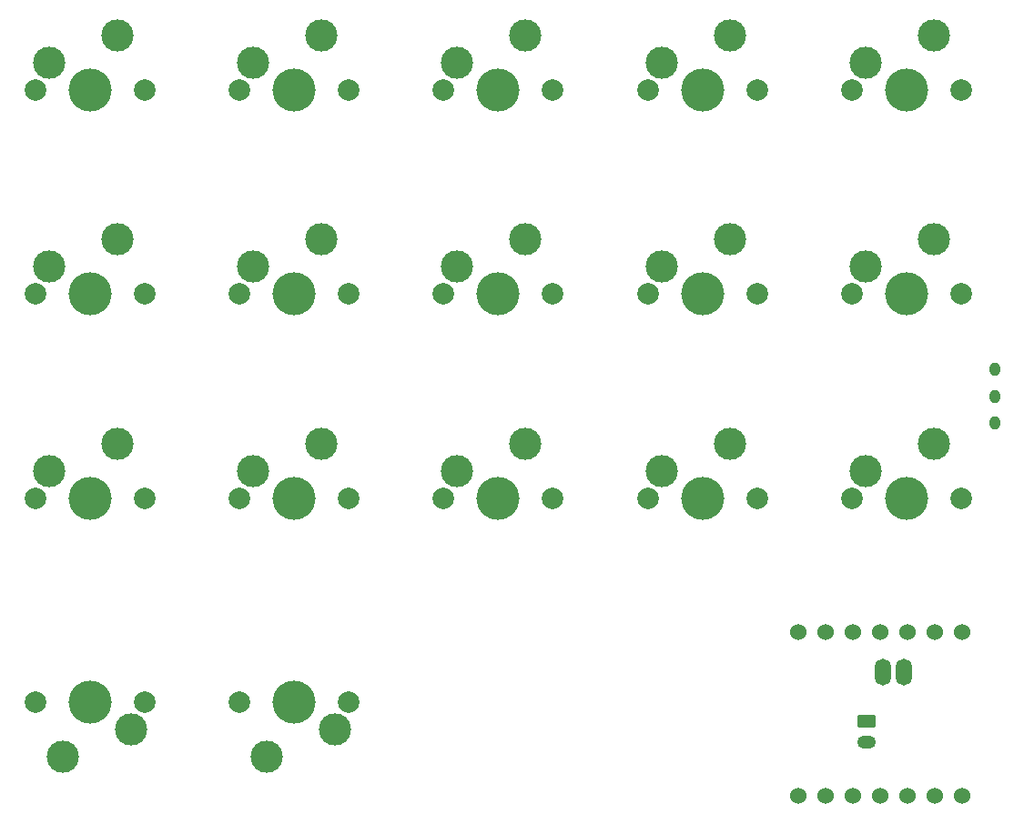
<source format=gts>
G04 #@! TF.GenerationSoftware,KiCad,Pcbnew,7.0.5*
G04 #@! TF.CreationDate,2023-09-30T13:58:08+09:00*
G04 #@! TF.ProjectId,thorium_pcbr,74686f72-6975-46d5-9f70-6362722e6b69,rev?*
G04 #@! TF.SameCoordinates,Original*
G04 #@! TF.FileFunction,Soldermask,Top*
G04 #@! TF.FilePolarity,Negative*
%FSLAX46Y46*%
G04 Gerber Fmt 4.6, Leading zero omitted, Abs format (unit mm)*
G04 Created by KiCad (PCBNEW 7.0.5) date 2023-09-30 13:58:08*
%MOMM*%
%LPD*%
G01*
G04 APERTURE LIST*
G04 Aperture macros list*
%AMRoundRect*
0 Rectangle with rounded corners*
0 $1 Rounding radius*
0 $2 $3 $4 $5 $6 $7 $8 $9 X,Y pos of 4 corners*
0 Add a 4 corners polygon primitive as box body*
4,1,4,$2,$3,$4,$5,$6,$7,$8,$9,$2,$3,0*
0 Add four circle primitives for the rounded corners*
1,1,$1+$1,$2,$3*
1,1,$1+$1,$4,$5*
1,1,$1+$1,$6,$7*
1,1,$1+$1,$8,$9*
0 Add four rect primitives between the rounded corners*
20,1,$1+$1,$2,$3,$4,$5,0*
20,1,$1+$1,$4,$5,$6,$7,0*
20,1,$1+$1,$6,$7,$8,$9,0*
20,1,$1+$1,$8,$9,$2,$3,0*%
G04 Aperture macros list end*
%ADD10C,1.524000*%
%ADD11O,1.500000X2.500000*%
%ADD12O,1.750000X1.200000*%
%ADD13RoundRect,0.250000X-0.625000X0.350000X-0.625000X-0.350000X0.625000X-0.350000X0.625000X0.350000X0*%
%ADD14C,2.000000*%
%ADD15C,3.000000*%
%ADD16C,4.000000*%
%ADD17O,1.000000X1.300000*%
G04 APERTURE END LIST*
D10*
X121620000Y-91000000D03*
X119080000Y-91000000D03*
X116540000Y-91000000D03*
X114000000Y-91000000D03*
X111460000Y-91000000D03*
X108920000Y-91000000D03*
X106380000Y-91000000D03*
X106380000Y-106240000D03*
X108920000Y-106240000D03*
X111460000Y-106240000D03*
X114000000Y-106240000D03*
X116540000Y-106240000D03*
X119080000Y-106240000D03*
X121620000Y-106240000D03*
D11*
X114317000Y-94675000D03*
X116222000Y-94675000D03*
D12*
X112750000Y-101240000D03*
D13*
X112750000Y-99240000D03*
D14*
X92420000Y-59500000D03*
D15*
X93690000Y-56960000D03*
D16*
X97500000Y-59500000D03*
D15*
X100040000Y-54420000D03*
D14*
X102580000Y-59500000D03*
X64580000Y-97500000D03*
D15*
X63310000Y-100040000D03*
D16*
X59500000Y-97500000D03*
D15*
X56960000Y-102580000D03*
D14*
X54420000Y-97500000D03*
X35420000Y-40500000D03*
D15*
X36690000Y-37960000D03*
D16*
X40500000Y-40500000D03*
D15*
X43040000Y-35420000D03*
D14*
X45580000Y-40500000D03*
X54420000Y-59500000D03*
D15*
X55690000Y-56960000D03*
D16*
X59500000Y-59500000D03*
D15*
X62040000Y-54420000D03*
D14*
X64580000Y-59500000D03*
X73420000Y-59500000D03*
D15*
X74690000Y-56960000D03*
D16*
X78500000Y-59500000D03*
D15*
X81040000Y-54420000D03*
D14*
X83580000Y-59500000D03*
X73420000Y-78500000D03*
D15*
X74690000Y-75960000D03*
D16*
X78500000Y-78500000D03*
D15*
X81040000Y-73420000D03*
D14*
X83580000Y-78500000D03*
D17*
X124650000Y-66500000D03*
X124650000Y-69000000D03*
X124650000Y-71500000D03*
D14*
X35420000Y-59500000D03*
D15*
X36690000Y-56960000D03*
D16*
X40500000Y-59500000D03*
D15*
X43040000Y-54420000D03*
D14*
X45580000Y-59500000D03*
X92420000Y-78500000D03*
D15*
X93690000Y-75960000D03*
D16*
X97500000Y-78500000D03*
D15*
X100040000Y-73420000D03*
D14*
X102580000Y-78500000D03*
X111420000Y-78500000D03*
D15*
X112690000Y-75960000D03*
D16*
X116500000Y-78500000D03*
D15*
X119040000Y-73420000D03*
D14*
X121580000Y-78500000D03*
X54420000Y-78500000D03*
D15*
X55690000Y-75960000D03*
D16*
X59500000Y-78500000D03*
D15*
X62040000Y-73420000D03*
D14*
X64580000Y-78500000D03*
X111420000Y-59500000D03*
D15*
X112690000Y-56960000D03*
D16*
X116500000Y-59500000D03*
D15*
X119040000Y-54420000D03*
D14*
X121580000Y-59500000D03*
X45580000Y-97500000D03*
D15*
X44310000Y-100040000D03*
D16*
X40500000Y-97500000D03*
D15*
X37960000Y-102580000D03*
D14*
X35420000Y-97500000D03*
X54420000Y-40500000D03*
D15*
X55690000Y-37960000D03*
D16*
X59500000Y-40500000D03*
D15*
X62040000Y-35420000D03*
D14*
X64580000Y-40500000D03*
X35420000Y-78500000D03*
D15*
X36690000Y-75960000D03*
D16*
X40500000Y-78500000D03*
D15*
X43040000Y-73420000D03*
D14*
X45580000Y-78500000D03*
X111420000Y-40500000D03*
D15*
X112690000Y-37960000D03*
D16*
X116500000Y-40500000D03*
D15*
X119040000Y-35420000D03*
D14*
X121580000Y-40500000D03*
X92420000Y-40500000D03*
D15*
X93690000Y-37960000D03*
D16*
X97500000Y-40500000D03*
D15*
X100040000Y-35420000D03*
D14*
X102580000Y-40500000D03*
X73420000Y-40500000D03*
D15*
X74690000Y-37960000D03*
D16*
X78500000Y-40500000D03*
D15*
X81040000Y-35420000D03*
D14*
X83580000Y-40500000D03*
M02*

</source>
